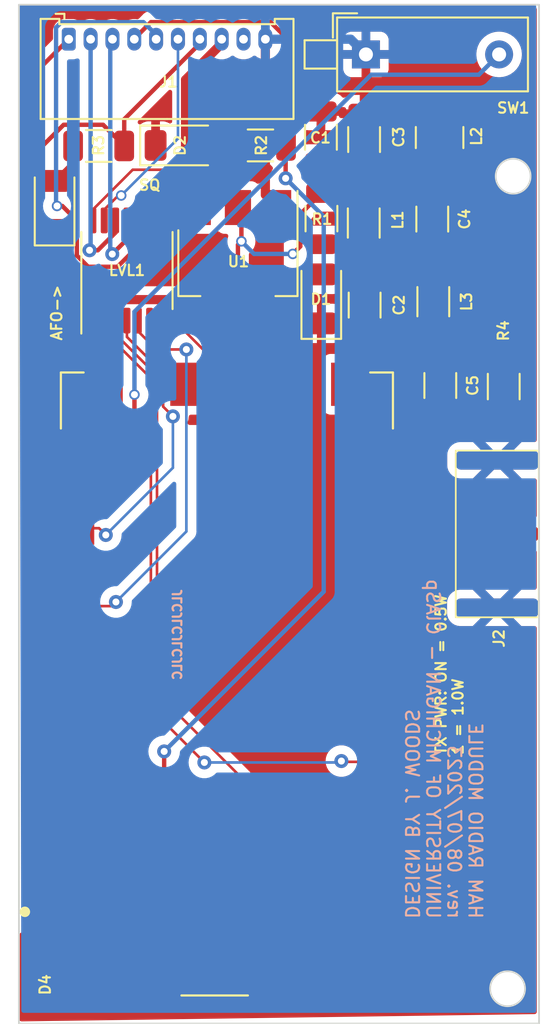
<source format=kicad_pcb>
(kicad_pcb (version 20221018) (generator pcbnew)
  (layers (0 "F.Cu" signal) (31 "B.Cu" signal) (34 "B.Paste" user) (35 "F.Paste" user) (36 "B.SilkS" user "B.Silkscreen") (37 "F.SilkS" user "F.Silkscreen") (38 "B.Mask" user) (39 "F.Mask" user) (44 "Edge.Cuts" user))
  (net 0 "")
  (net 1 "+3.3V")
  (net 2 "GND")
  (net 3 "Net-(D4-ANT)")
  (net 4 "Net-(C3-Pad1)")
  (net 5 "Net-(C4-Pad1)")
  (net 6 "Net-(J2-In)")
  (net 7 "Net-(D1-A)")
  (net 8 "Net-(D2-A)")
  (net 9 "Net-(D3-A)")
  (net 10 "Net-(D4-SQ)")
  (net 11 "Net-(D4-AF_OUT)")
  (net 12 "Net-(D4-PTT)")
  (net 13 "Net-(D4-PD)")
  (net 14 "Net-(D4-H{slash}L)")
  (net 15 "Net-(D4-RXD)")
  (net 16 "Net-(D4-TXD)")
  (net 17 "Net-(D4-MIC_IN)")
  (net 18 "Net-(J1-CTS)")
  (net 19 "Net-(J1-RTS)")
  (net 20 "Net-(J1-RI)")
  (net 21 "Net-(J1-TX)")
  (net 22 "+5V")
  (footprint "Resistor_SMD:R_1206_3216Metric" (layer "F.Cu") (at 21.2625 20.55)
    (fp_text reference "R3" (at -0.0075 -0.03 90) (layer "F.SilkS") (effects (font (size 0.6 0.6) (thickness 0.12))))
    (fp_text value "Resistor")
    (fp_line (start -0.727064 -0.91) (end 0.727064 -0.91) (stroke (width 0.12)) (layer "F.SilkS"))
    (fp_line (start -0.727064 0.91) (end 0.727064 0.91) (stroke (width 0.12)) (layer "F.SilkS"))
    (pad "1" smd roundrect (at -1.4625 0) (size 1.125 1.75) (layers "F.Cu" "F.Paste" "F.Mask") (roundrect_rratio 0.2222222222) (net 9 "Net-(D3-A)"))
    (pad "2" smd roundrect (at 1.4625 0) (size 1.125 1.75) (layers "F.Cu" "F.Paste" "F.Mask") (roundrect_rratio 0.2222222222) (net 11 "Net-(D4-AF_OUT)"))
  )
  (footprint "Resistor_SMD:R_1206_3216Metric" (layer "F.Cu") (at 44.44 34.3 90)
    (fp_text reference "R4" (at 3.19 -0.02 90) (layer "F.SilkS") (effects (font (size 0.6 0.6) (thickness 0.12))))
    (fp_text value "50 ohm")
    (fp_line (start -0.727064 -0.91) (end 0.727064 -0.91) (stroke (width 0.12)) (layer "F.SilkS"))
    (fp_line (start -0.727064 0.91) (end 0.727064 0.91) (stroke (width 0.12)) (layer "F.SilkS"))
    (pad "1" smd roundrect (at -1.4625 0 90) (size 1.125 1.75) (layers "F.Cu" "F.Paste" "F.Mask") (roundrect_rratio 0.2222222222) (net 6 "Net-(J2-In)"))
    (pad "2" smd roundrect (at 1.4625 0 90) (size 1.125 1.75) (layers "F.Cu" "F.Paste" "F.Mask") (roundrect_rratio 0.2222222222) (net 2 "GND"))
  )
  (footprint "Resistor_SMD:R_1206_3216Metric" (layer "F.Cu") (at 34.01 24.7025 90)
    (fp_text reference "R1" (at -0.03 0.03 180) (layer "F.SilkS") (effects (font (size 0.6 0.6) (thickness 0.12))))
    (fp_text value "Resistor")
    (fp_line (start -0.727064 -0.91) (end 0.727064 -0.91) (stroke (width 0.12)) (layer "F.SilkS"))
    (fp_line (start -0.727064 0.91) (end 0.727064 0.91) (stroke (width 0.12)) (layer "F.SilkS"))
    (pad "1" smd roundrect (at -1.4625 0 90) (size 1.125 1.75) (layers "F.Cu" "F.Paste" "F.Mask") (roundrect_rratio 0.2222222222) (net 7 "Net-(D1-A)"))
    (pad "2" smd roundrect (at 1.4625 0 90) (size 1.125 1.75) (layers "F.Cu" "F.Paste" "F.Mask") (roundrect_rratio 0.2222222222) (net 1 "+3.3V"))
  )
  (footprint "Inductor_SMD:L_1210_3225Metric" (layer "F.Cu") (at 40.77 20.07 -90)
    (fp_text reference "L2" (at -0.07 -2.11 90) (layer "F.SilkS") (effects (font (size 0.6 0.6) (thickness 0.12))))
    (fp_text value "68 nH")
    (fp_line (start -0.602064 -1.36) (end 0.602064 -1.36) (stroke (width 0.12)) (layer "F.SilkS"))
    (fp_line (start -0.602064 1.36) (end 0.602064 1.36) (stroke (width 0.12)) (layer "F.SilkS"))
    (pad "1" smd roundrect (at -1.4 0 270) (size 1.25 2.65) (layers "F.Cu" "F.Paste" "F.Mask") (roundrect_rratio 0.2) (net 4 "Net-(C3-Pad1)"))
    (pad "2" smd roundrect (at 1.4 0 270) (size 1.25 2.65) (layers "F.Cu" "F.Paste" "F.Mask") (roundrect_rratio 0.2) (net 5 "Net-(C4-Pad1)"))
  )
  (footprint "Tracker Custom Library:DORJI_DRA818V" (layer "F.Cu") (at 28.6 51.295 90)
    (fp_text reference "D4" (at -17.185 -10.4 90) (layer "F.SilkS") (effects (font (size 0.6 0.6) (thickness 0.12))))
    (fp_text value "~")
    (fp_line (start -17.8 -2.6) (end -17.8 1.2) (stroke (width 0.127)) (layer "F.SilkS"))
    (fp_line (start 14.6 -9.5) (end 17.8 -9.5) (stroke (width 0.127)) (layer "F.SilkS"))
    (fp_line (start 17.8 -9.5) (end 17.8 -8.2) (stroke (width 0.127)) (layer "F.SilkS"))
    (fp_line (start 17.8 8.2) (end 17.8 9.5) (stroke (width 0.127)) (layer "F.SilkS"))
    (fp_line (start 17.8 9.5) (end 14.6 9.5) (stroke (width 0.127)) (layer "F.SilkS"))
    (fp_circle (center -13.02 -11.56) (end -12.87 -11.56) (stroke (width 0.3)) (fill none) (layer "F.SilkS"))
    (pad "1" smd rect (at -13.35 -8.825 180) (size 2.47 1.88) (layers "F.Cu" "F.Paste" "F.Mask") (net 10 "Net-(D4-SQ)"))
    (pad "2" smd rect (at -8.9 -8.825 180) (size 2.47 1.88) (layers "F.Cu" "F.Paste" "F.Mask"))
    (pad "3" smd rect (at -4.45 -8.825 180) (size 2.47 1.88) (layers "F.Cu" "F.Paste" "F.Mask") (net 11 "Net-(D4-AF_OUT)"))
    (pad "4" smd rect (at 0 -8.825 180) (size 2.47 1.88) (layers "F.Cu" "F.Paste" "F.Mask"))
    (pad "5" smd rect (at 4.45 -8.825 180) (size 2.47 1.88) (layers "F.Cu" "F.Paste" "F.Mask") (net 12 "Net-(D4-PTT)"))
    (pad "6" smd rect (at 8.9 -8.825 180) (size 2.47 1.88) (layers "F.Cu" "F.Paste" "F.Mask") (net 13 "Net-(D4-PD)"))
    (pad "7" smd rect (at 13.35 -8.825 180) (size 2.47 1.88) (layers "F.Cu" "F.Paste" "F.Mask") (net 14 "Net-(D4-H{slash}L)"))
    (pad "8" smd rect (at 17.125 -6.9 90) (size 2.47 1.88) (layers "F.Cu" "F.Paste" "F.Mask") (net 1 "+3.3V"))
    (pad "9" smd rect (at 17.125 -2.3 90) (size 2.47 1.88) (layers "F.Cu" "F.Paste" "F.Mask") (net 2 "GND"))
    (pad "10" smd rect (at 17.125 2.3 90) (size 2.47 1.88) (layers "F.Cu" "F.Paste" "F.Mask") (net 2 "GND"))
    (pad "11" smd rect (at 17.125 6.9 90) (size 2.47 1.88) (layers "F.Cu" "F.Paste" "F.Mask"))
    (pad "12" smd rect (at 13.35 8.825) (size 2.47 1.88) (layers "F.Cu" "F.Paste" "F.Mask") (net 3 "Net-(D4-ANT)"))
    (pad "13" smd rect (at 8.9 8.825) (size 2.47 1.88) (layers "F.Cu" "F.Paste" "F.Mask"))
    (pad "14" smd rect (at 4.45 8.825 180) (size 2.47 1.88) (layers "F.Cu" "F.Paste" "F.Mask"))
    (pad "15" smd rect (at 0 8.825 180) (size 2.47 1.88) (layers "F.Cu" "F.Paste" "F.Mask"))
    (pad "16" smd rect (at -4.45 8.825 180) (size 2.47 1.88) (layers "F.Cu" "F.Paste" "F.Mask") (net 15 "Net-(D4-RXD)"))
    (pad "17" smd rect (at -8.9 8.825 180) (size 2.47 1.88) (layers "F.Cu" "F.Paste" "F.Mask") (net 16 "Net-(D4-TXD)"))
    (pad "18" smd rect (at -13.35 8.825 180) (size 2.47 1.88) (layers "F.Cu" "F.Paste" "F.Mask") (net 17 "Net-(D4-MIC_IN)"))
    (pad "P2" smd rect (at -17.125 -6.2 180) (size 6.6 1.8) (layers "F.Cu" "F.Paste" "F.Mask"))
    (pad "P3" smd rect (at -17.125 5.5 180) (size 8 1.8) (layers "F.Cu" "F.Paste" "F.Mask"))
    (zone (net 0) (net_name "") (layer "F.Cu") (connect_pads (clearance 0)) (min_thickness 0.01)
      (keepout (tracks not_allowed) (vias not_allowed) (pads not_allowed) (copperpour not_allowed) (footprints allowed))
      (fill (thermal_gap 0.508) (thermal_bridge_width 0.508))
      (polygon (pts (xy 24.85 44.48475) (xy 24.85 36.495) (xy 31.10377 36.495) (xy 31.10377 44.48475)))
    )
  )
  (footprint "LED_SMD:LED_1206_3216Metric" (layer "F.Cu") (at 25.92 20.52)
    (fp_text reference "D2" (at 0 0 90) (layer "F.SilkS") (effects (font (size 0.6 0.6) (thickness 0.12))))
    (fp_text value "SQUELCH")
    (fp_line (start -2.285 -1.135) (end -2.285 1.135) (stroke (width 0.12)) (layer "F.SilkS"))
    (fp_line (start -2.285 1.135) (end 1.6 1.135) (stroke (width 0.12)) (layer "F.SilkS"))
    (fp_line (start 1.6 -1.135) (end -2.285 -1.135) (stroke (width 0.12)) (layer "F.SilkS"))
    (pad "1" smd roundrect (at -1.4 0) (size 1.25 1.75) (layers "F.Cu" "F.Paste" "F.Mask") (roundrect_rratio 0.2) (net 2 "GND"))
    (pad "2" smd roundrect (at 1.4 0) (size 1.25 1.75) (layers "F.Cu" "F.Paste" "F.Mask") (roundrect_rratio 0.2) (net 8 "Net-(D2-A)"))
  )
  (footprint "LED_SMD:LED_1206_3216Metric" (layer "F.Cu") (at 34 29.29 90)
    (fp_text reference "D1" (at -0.02 -0.02 180) (layer "F.SilkS") (effects (font (size 0.6 0.6) (thickness 0.12) bold)))
    (fp_text value "3.3V LDO")
    (fp_line (start -2.285 -1.135) (end -2.285 1.135) (stroke (width 0.12)) (layer "F.SilkS"))
    (fp_line (start -2.285 1.135) (end 1.6 1.135) (stroke (width 0.12)) (layer "F.SilkS"))
    (fp_line (start 1.6 -1.135) (end -2.285 -1.135) (stroke (width 0.12)) (layer "F.SilkS"))
    (pad "1" smd roundrect (at -1.4 0 90) (size 1.25 1.75) (layers "F.Cu" "F.Paste" "F.Mask") (roundrect_rratio 0.2) (net 2 "GND"))
    (pad "2" smd roundrect (at 1.4 0 90) (size 1.25 1.75) (layers "F.Cu" "F.Paste" "F.Mask") (roundrect_rratio 0.2) (net 7 "Net-(D1-A)"))
  )
  (footprint "Inductor_SMD:L_1206_3216Metric" (layer "F.Cu") (at 40.41 29.45 -90)
    (fp_text reference "L3" (at 0 -1.9 90) (layer "F.SilkS") (effects (font (size 0.6 0.6) (thickness 0.12))))
    (fp_text value "56 nH")
    (fp_line (start -0.835242 -0.91) (end 0.835242 -0.91) (stroke (width 0.12)) (layer "F.SilkS"))
    (fp_line (start -0.835242 0.91) (end 0.835242 0.91) (stroke (width 0.12)) (layer "F.SilkS"))
    (pad "1" smd roundrect (at -1.575 0 270) (size 1.05 1.9) (layers "F.Cu" "F.Paste" "F.Mask") (roundrect_rratio 0.2380952381) (net 5 "Net-(C4-Pad1)"))
    (pad "2" smd roundrect (at 1.575 0 270) (size 1.05 1.9) (layers "F.Cu" "F.Paste" "F.Mask") (roundrect_rratio 0.2380952381) (net 6 "Net-(J2-In)"))
  )
  (footprint "LED_SMD:LED_1206_3216Metric" (layer "F.Cu") (at 18.74 23.95 90)
    (fp_text reference "D3" hide)
    (fp_text value "AF_OUT")
    (fp_line (start -2.285 -1.135) (end -2.285 1.135) (stroke (width 0.12)) (layer "F.SilkS"))
    (fp_line (start -2.285 1.135) (end 1.6 1.135) (stroke (width 0.12)) (layer "F.SilkS"))
    (fp_line (start 1.6 -1.135) (end -2.285 -1.135) (stroke (width 0.12)) (layer "F.SilkS"))
    (pad "1" smd roundrect (at -1.4 0 90) (size 1.25 1.75) (layers "F.Cu" "F.Paste" "F.Mask") (roundrect_rratio 0.2) (net 2 "GND"))
    (pad "2" smd roundrect (at 1.4 0 90) (size 1.25 1.75) (layers "F.Cu" "F.Paste" "F.Mask") (roundrect_rratio 0.2) (net 9 "Net-(D3-A)"))
  )
  (footprint "Inductor_SMD:L_1206_3216Metric" (layer "F.Cu") (at 36.43 24.955 90)
    (fp_text reference "L1" (at 0.17 1.945 90) (layer "F.SilkS") (effects (font (size 0.6 0.6) (thickness 0.12))))
    (fp_text value "56 nH")
    (fp_line (start -0.835242 -0.91) (end 0.835242 -0.91) (stroke (width 0.12)) (layer "F.SilkS"))
    (fp_line (start -0.835242 0.91) (end 0.835242 0.91) (stroke (width 0.12)) (layer "F.SilkS"))
    (pad "1" smd roundrect (at -1.575 0 90) (size 1.05 1.9) (layers "F.Cu" "F.Paste" "F.Mask") (roundrect_rratio 0.2380952381) (net 3 "Net-(D4-ANT)"))
    (pad "2" smd roundrect (at 1.575 0 90) (size 1.05 1.9) (layers "F.Cu" "F.Paste" "F.Mask") (roundrect_rratio 0.2380952381) (net 4 "Net-(C3-Pad1)"))
  )
  (footprint "Capacitor_SMD:C_1206_3216Metric" (layer "F.Cu") (at 40.81 34.24 -90)
    (fp_text reference "C5" (at 0 -1.85 90) (layer "F.SilkS") (effects (font (size 0.6 0.6) (thickness 0.12))))
    (fp_text value "20 pF")
    (fp_line (start -0.711252 -0.91) (end 0.711252 -0.91) (stroke (width 0.12)) (layer "F.SilkS"))
    (fp_line (start -0.711252 0.91) (end 0.711252 0.91) (stroke (width 0.12)) (layer "F.SilkS"))
    (pad "1" smd roundrect (at -1.475 0 270) (size 1.15 1.8) (layers "F.Cu" "F.Paste" "F.Mask") (roundrect_rratio 0.2173913043) (net 6 "Net-(J2-In)"))
    (pad "2" smd roundrect (at 1.475 0 270) (size 1.15 1.8) (layers "F.Cu" "F.Paste" "F.Mask") (roundrect_rratio 0.2173913043) (net 2 "GND"))
  )
  (footprint "Button_Switch_THT:SW_DIP_SPSTx01_Piano_10.8x4.1mm_W7.62mm_P2.54mm" (layer "F.Cu") (at 36.555 15.32)
    (fp_text reference "SW1" (at 8.425 3.06) (layer "F.SilkS") (effects (font (size 0.6 0.6) (thickness 0.12))))
    (fp_text value "SW_DIP_x01")
    (fp_line (start -3.51 -0.81) (end -3.51 0.81) (stroke (width 0.12)) (layer "F.SilkS"))
    (fp_line (start -3.51 -0.81) (end -1.65 -0.81) (stroke (width 0.12)) (layer "F.SilkS"))
    (fp_line (start -3.51 0.81) (end -1.65 0.81) (stroke (width 0.12)) (layer "F.SilkS"))
    (fp_line (start -1.89 -2.35) (end -1.89 -0.967) (stroke (width 0.12)) (layer "F.SilkS"))
    (fp_line (start -1.89 -2.35) (end -0.507 -2.35) (stroke (width 0.12)) (layer "F.SilkS"))
    (fp_line (start -1.65 -2.11) (end -1.65 2.11) (stroke (width 0.12)) (layer "F.SilkS"))
    (fp_line (start -1.65 -2.11) (end 9.27 -2.11) (stroke (width 0.12)) (layer "F.SilkS"))
    (fp_line (start -1.65 -0.81) (end -1.65 0.81) (stroke (width 0.12)) (layer "F.SilkS"))
    (fp_line (start -1.65 2.11) (end 9.27 2.11) (stroke (width 0.12)) (layer "F.SilkS"))
    (fp_line (start 9.27 -2.11) (end 9.27 2.11) (stroke (width 0.12)) (layer "F.SilkS"))
    (pad "1" thru_hole rect (at 0 0) (size 1.6 1.6) (drill 0.8) (layers "*.Cu" "*.Mask") (net 2 "GND"))
    (pad "2" thru_hole oval (at 7.62 0) (size 1.6 1.6) (drill 0.8) (layers "*.Cu" "*.Mask") (net 14 "Net-(D4-H{slash}L)"))
  )
  (footprint "Capacitor_SMD:C_1206_3216Metric" (layer "F.Cu") (at 40.35 24.73 -90)
    (fp_text reference "C4" (at 0 -1.85 90) (layer "F.SilkS") (effects (font (size 0.6 0.6) (thickness 0.12))))
    (fp_text value "36 pF")
    (fp_line (start -0.711252 -0.91) (end 0.711252 -0.91) (stroke (width 0.12)) (layer "F.SilkS"))
    (fp_line (start -0.711252 0.91) (end 0.711252 0.91) (stroke (width 0.12)) (layer "F.SilkS"))
    (pad "1" smd roundrect (at -1.475 0 270) (size 1.15 1.8) (layers "F.Cu" "F.Paste" "F.Mask") (roundrect_rratio 0.2173913043) (net 5 "Net-(C4-Pad1)"))
    (pad "2" smd roundrect (at 1.475 0 270) (size 1.15 1.8) (layers "F.Cu" "F.Paste" "F.Mask") (roundrect_rratio 0.2173913043) (net 2 "GND"))
  )
  (footprint "Package_TO_SOT_SMD:SOT-223-3_TabPin2" (layer "F.Cu") (at 29.23 27.22 -90)
    (fp_text reference "U1" (at -0.06 -0.03 -180) (layer "F.SilkS") (effects (font (size 0.6 0.6) (thickness 0.12))))
    (fp_text value "LD1117S33TR_SOT223")
    (fp_line (start -4.1 -3.41) (end 1.91 -3.41) (stroke (width 0.12)) (layer "F.SilkS"))
    (fp_line (start -1.85 3.41) (end 1.91 3.41) (stroke (width 0.12)) (layer "F.SilkS"))
    (fp_line (start 1.91 -3.41) (end 1.91 -2.15) (stroke (width 0.12)) (layer "F.SilkS"))
    (fp_line (start 1.91 3.41) (end 1.91 2.15) (stroke (width 0.12)) (layer "F.SilkS"))
    (pad "1" smd rect (at -3.15 -2.3 270) (size 2 1.5) (layers "F.Cu" "F.Paste" "F.Mask") (net 2 "GND"))
    (pad "2" smd rect (at -3.15 0 270) (size 2 1.5) (layers "F.Cu" "F.Paste" "F.Mask") (net 1 "+3.3V"))
    (pad "2" smd rect (at 3.15 0 270) (size 2 3.8) (layers "F.Cu" "F.Paste" "F.Mask") (net 1 "+3.3V"))
    (pad "3" smd rect (at -3.15 2.3 270) (size 2 1.5) (layers "F.Cu" "F.Paste" "F.Mask") (net 22 "+5V"))
  )
  (footprint "Package_SO:TSSOP-14_4.4x5mm_P0.65mm" (layer "F.Cu") (at 22.88 27.67 90)
    (fp_text reference "LVL1" (at 0.01 0 180) (layer "F.SilkS") (effects (font (size 0.6 0.6) (thickness 0.12))))
    (fp_text value "TXU0104BQAR")
    (fp_line (start 0 -2.61) (end -3.6 -2.61) (stroke (width 0.12)) (layer "F.SilkS"))
    (fp_line (start 0 -2.61) (end 2.2 -2.61) (stroke (width 0.12)) (layer "F.SilkS"))
    (fp_line (start 0 2.61) (end -2.2 2.61) (stroke (width 0.12)) (layer "F.SilkS"))
    (fp_line (start 0 2.61) (end 2.2 2.61) (stroke (width 0.12)) (layer "F.SilkS"))
    (pad "1" smd roundrect (at -2.8625 -1.95 90) (size 1.475 0.4) (layers "F.Cu" "F.Paste" "F.Mask") (net 1 "+3.3V"))
    (pad "2" smd roundrect (at -2.8625 -1.3 90) (size 1.475 0.4) (layers "F.Cu" "F.Paste" "F.Mask") (net 15 "Net-(D4-RXD)"))
    (pad "3" smd roundrect (at -2.8625 -0.65 90) (size 1.475 0.4) (layers "F.Cu" "F.Paste" "F.Mask") (net 17 "Net-(D4-MIC_IN)"))
    (pad "4" smd roundrect (at -2.8625 0 90) (size 1.475 0.4) (layers "F.Cu" "F.Paste" "F.Mask") (net 13 "Net-(D4-PD)"))
    (pad "5" smd roundrect (at -2.8625 0.65 90) (size 1.475 0.4) (layers "F.Cu" "F.Paste" "F.Mask") (net 12 "Net-(D4-PTT)"))
    (pad "6" smd roundrect (at -2.8625 1.3 90) (size 1.475 0.4) (layers "F.Cu" "F.Paste" "F.Mask"))
    (pad "7" smd roundrect (at -2.8625 1.95 90) (size 1.475 0.4) (layers "F.Cu" "F.Paste" "F.Mask") (net 2 "GND"))
    (pad "8" smd roundrect (at 2.8625 1.95 90) (size 1.475 0.4) (layers "F.Cu" "F.Paste" "F.Mask") (net 22 "+5V"))
    (pad "9" smd roundrect (at 2.8625 1.3 90) (size 1.475 0.4) (layers "F.Cu" "F.Paste" "F.Mask"))
    (pad "10" smd roundrect (at 2.8625 0.65 90) (size 1.475 0.4) (layers "F.Cu" "F.Paste" "F.Mask") (net 20 "Net-(J1-RI)"))
    (pad "11" smd roundrect (at 2.8625 0 90) (size 1.475 0.4) (layers "F.Cu" "F.Paste" "F.Mask") (net 19 "Net-(J1-RTS)"))
    (pad "12" smd roundrect (at 2.8625 -0.65 90) (size 1.475 0.4) (layers "F.Cu" "F.Paste" "F.Mask") (net 18 "Net-(J1-CTS)"))
    (pad "13" smd roundrect (at 2.8625 -1.3 90) (size 1.475 0.4) (layers "F.Cu" "F.Paste" "F.Mask") (net 21 "Net-(J1-TX)"))
    (pad "14" smd roundrect (at 2.8625 -1.95 90) (size 1.475 0.4) (layers "F.Cu" "F.Paste" "F.Mask") (net 22 "+5V"))
  )
  (footprint "Tracker Custom Library:Molex SMA Edge Mount" (layer "F.Cu") (at 41.695 37.96 90)
    (fp_text reference "J2" (at -10.73 2.475 90 unlocked) (layer "F.SilkS") (effects (font (size 0.6 0.6) (thickness 0.12))))
    (fp_text value "Conn_Coaxial")
    (fp_rect (start 0 0) (end -9.525 4.75) (stroke (width 0.1)) (fill none) (layer "F.SilkS"))
    (pad "1" smd roundrect (at -4.7625 2.3625 180) (size 4.725 0.825) (layers "F.Cu" "F.Paste" "F.Mask") (net 6 "Net-(J2-In)"))
    (pad "2" smd roundrect (at -8.9875 2.3625 180) (size 4.725 1.075) (layers "F.Cu" "F.Paste" "F.Mask") (net 2 "GND"))
    (pad "2" smd roundrect (at -8.9875 2.3625 180) (size 4.725 1.075) (layers "B.Cu" "F.Paste" "F.Mask") (net 2 "GND"))
    (pad "2" smd roundrect (at -0.55 2.375 180) (size 4.725 1.075) (layers "F.Cu" "F.Paste" "F.Mask") (net 2 "GND"))
    (pad "2" smd roundrect (at -0.55 2.375 180) (size 4.725 1.075) (layers "B.Cu" "F.Paste" "F.Mask") (net 2 "GND"))
  )
  (footprint "Capacitor_SMD:C_1206_3216Metric" (layer "F.Cu") (at 36.48 29.645 90)
    (fp_text reference "C2" (at 0 1.97 90) (layer "F.SilkS") (effects (font (size 0.6 0.6) (thickness 0.12))))
    (fp_text value "20 pF")
    (fp_line (start -0.711252 -0.91) (end 0.711252 -0.91) (stroke (width 0.12)) (layer "F.SilkS"))
    (fp_line (start -0.711252 0.91) (end 0.711252 0.91) (stroke (width 0.12)) (layer "F.SilkS"))
    (pad "1" smd roundrect (at -1.475 0 90) (size 1.15 1.8) (layers "F.Cu" "F.Paste" "F.Mask") (roundrect_rratio 0.2173913043) (net 3 "Net-(D4-ANT)"))
    (pad "2" smd roundrect (at 1.475 0 90) (size 1.15 1.8) (layers "F.Cu" "F.Paste" "F.Mask") (roundrect_rratio 0.2173913043) (net 2 "GND"))
  )
  (footprint "Connector_Molex:Molex_PicoBlade_53048-1010_1x10_P1.25mm_Horizontal" (layer "F.Cu") (at 19.55 14.45)
    (fp_text reference "J1" (at 5.7 2.44) (layer "F.SilkS") (effects (font (size 0.6 0.6) (thickness 0.12))))
    (fp_text value "10 Pin PicoBlade MOLEX")
    (fp_line (start -1.61 -1.16) (end -1.61 4.56) (stroke (width 0.12)) (layer "F.SilkS"))
    (fp_line (start -1.61 4.56) (end 5.625 4.56) (stroke (width 0.12)) (layer "F.SilkS"))
    (fp_line (start -0.54 -1.16) (end -1.61 -1.16) (stroke (width 0.12)) (layer "F.SilkS"))
    (fp_line (start -0.54 -0.86) (end -0.54 -1.16) (stroke (width 0.12)) (layer "F.SilkS"))
    (fp_line (start -0.25 -1.45) (end -0.75 -1.45) (stroke (width 0.12)) (layer "F.SilkS"))
    (fp_line (start -0.25 -1.15) (end -0.25 -1.45) (stroke (width 0.12)) (layer "F.SilkS"))
    (fp_line (start 5.625 -0.86) (end -0.54 -0.86) (stroke (width 0.12)) (layer "F.SilkS"))
    (fp_line (start 5.625 -0.86) (end 11.79 -0.86) (stroke (width 0.12)) (layer "F.SilkS"))
    (fp_line (start 11.79 -1.16) (end 12.86 -1.16) (stroke (width 0.12)) (layer "F.SilkS"))
    (fp_line (start 11.79 -0.86) (end 11.79 -1.16) (stroke (width 0.12)) (layer "F.SilkS"))
    (fp_line (start 12.86 -1.16) (end 12.86 4.56) (stroke (width 0.12)) (layer "F.SilkS"))
    (fp_line (start 12.86 4.56) (end 5.625 4.56) (stroke (width 0.12)) (layer "F.SilkS"))
    (pad "1" thru_hole roundrect (at 0 0) (size 0.8 1.3) (drill 0.5) (layers "*.Cu" "*.Mask") (net 16 "Net-(D4-TXD)"))
    (pad "2" thru_hole oval (at 1.25 0) (size 0.8 1.3) (drill 0.5) (layers "*.Cu" "*.Mask") (net 18 "Net-(J1-CTS)"))
    (pad "3" thru_hole oval (at 2.5 0) (size 0.8 1.3) (drill 0.5) (layers "*.Cu" "*.Mask") (net 19 "Net-(J1-RTS)"))
    (pad "4" thru_hole oval (at 3.75 0) (size 0.8 1.3) (drill 0.5) (layers "*.Cu" "*.Mask") (net 10 "Net-(D4-SQ)"))
    (pad "5" thru_hole oval (at 5 0) (size 0.8 1.3) (drill 0.5) (layers "*.Cu" "*.Mask") (net 20 "Net-(J1-RI)"))
    (pad "6" thru_hole oval (at 6.25 0) (size 0.8 1.3) (drill 0.5) (layers "*.Cu" "*.Mask") (net 21 "Net-(J1-TX)"))
    (pad "7" thru_hole oval (at 7.5 0) (size 0.8 1.3) (drill 0.5) (layers "*.Cu" "*.Mask") (net 11 "Net-(D4-AF_OUT)"))
    (pad "8" thru_hole oval (at 8.75 0) (size 0.8 1.3) (drill 0.5) (layers "*.Cu" "*.Mask") (net 22 "+5V"))
    (pad "9" thru_hole oval (at 10 0) (size 0.8 1.3) (drill 0.5) (layers "*.Cu" "*.Mask"))
    (pad "10" thru_hole oval (at 11.25 0) (size 0.8 1.3) (drill 0.5) (layers "*.Cu" "*.Mask") (net 2 "GND"))
  )
  (footprint "Capacitor_SMD:C_1206_3216Metric" (layer "F.Cu") (at 33.98 20.055 90)
    (fp_text reference "C1" (at -0.03 -0.03 180) (layer "F.SilkS") (effects (font (size 0.6 0.6) (thickness 0.12))))
    (fp_text value "Capacitor")
    (fp_line (start -0.711252 -0.91) (end 0.711252 -0.91) (stroke (width 0.12)) (layer "F.SilkS"))
    (fp_line (start -0.711252 0.91) (end 0.711252 0.91) (stroke (width 0.12)) (layer "F.SilkS"))
    (pad "1" smd roundrect (at -1.475 0 90) (size 1.15 1.8) (layers "F.Cu" "F.Paste" "F.Mask") (roundrect_rratio 0.2173913043) (net 1 "+3.3V"))
    (pad "2" smd roundrect (at 1.475 0 90) (size 1.15 1.8) (layers "F.Cu" "F.Paste" "F.Mask") (roundrect_rratio 0.2173913043) (net 2 "GND"))
  )
  (footprint "Resistor_SMD:R_1206_3216Metric" (layer "F.Cu") (at 30.52 20.52)
    (fp_text reference "R2" (at 0.05 0 90) (layer "F.SilkS") (effects (font (size 0.6 0.6) (thickness 0.12))))
    (fp_text value "Resistor")
    (fp_line (start -0.727064 -0.91) (end 0.727064 -0.91) (stroke (width 0.12)) (layer "F.SilkS"))
    (fp_line (start -0.727064 0.91) (end 0.727064 0.91) (stroke (width 0.12)) (layer "F.SilkS"))
    (pad "1" smd roundrect (at -1.4625 0) (size 1.125 1.75) (layers "F.Cu" "F.Paste" "F.Mask") (roundrect_rratio 0.2222222222) (net 8 "Net-(D2-A)"))
    (pad "2" smd roundrect (at 1.4625 0) (size 1.125 1.75) (layers "F.Cu" "F.Paste" "F.Mask") (roundrect_rratio 0.2222222222) (net 10 "Net-(D4-SQ)"))
  )
  (footprint "Capacitor_SMD:C_1206_3216Metric" (layer "F.Cu") (at 36.45 20.185 90)
    (fp_text reference "C3" (at 0.14 1.98 90) (layer "F.SilkS") (effects (font (size 0.6 0.6) (thickness 0.12))))
    (fp_text value "36 pF")
    (fp_line (start -0.711252 -0.91) (end 0.711252 -0.91) (stroke (width 0.12)) (layer "F.SilkS"))
    (fp_line (start -0.711252 0.91) (end 0.711252 0.91) (stroke (width 0.12)) (layer "F.SilkS"))
    (pad "1" smd roundrect (at -1.475 0 90) (size 1.15 1.8) (layers "F.Cu" "F.Paste" "F.Mask") (roundrect_rratio 0.2173913043) (net 4 "Net-(C3-Pad1)"))
    (pad "2" smd roundrect (at 1.475 0 90) (size 1.15 1.8) (layers "F.Cu" "F.Paste" "F.Mask") (roundrect_rratio 0.2173913043) (net 2 "GND"))
  )
  (gr_circle (center 44.98 22.28) (end 44.98 23.28) (stroke (width 0.1)) (fill none) (layer "Edge.Cuts"))
  (gr_circle (center 44.66 68.71) (end 44.66 69.71) (stroke (width 0.1)) (fill none) (layer "Edge.Cuts"))
  (gr_rect (start 16.7 12.48) (end 46.46 70.7) (stroke (width 0.1)) (fill none) (layer "Edge.Cuts"))
  (gr_text "JLCJLCJLCJLC" (at 26.06 45.82 90) (layer "B.SilkS") (effects (font (size 0.5 0.5) (thickness 0.125) bold) (justify left bottom mirror)))
  (gr_text "HAM RADIO MODULE\nrev. 08/07/2023\nUNIVERSITY OF MICHIGAN - ClASp\nDESIGN BY J. WOODS" (at 38.75 64.78 270) (layer "B.SilkS") (effects (font (size 0.75 0.75) (thickness 0.12)) (justify left bottom mirror)))
  (gr_text "TX PWR: ON = 0.5W \n1 = 1.0W" (at 42.17 55.41 90) (layer "F.SilkS") (effects (font (size 0.6 0.6) (thickness 0.12) bold) (justify left bottom)))
  (gr_text "AFO->" (at 19.21 31.73 90) (layer "F.SilkS") (effects (font (size 0.6 0.6) (thickness 0.12) bold) (justify left bottom)))
  (gr_text "SQ" (at 23.5 23.14) (layer "F.SilkS") (effects (font (size 0.6 0.6) (thickness 0.12)) (justify left bottom)))
  (segment (start 20.93 30.5325) (end 20.93 29.649506) (width 0.151) (layer "F.Cu") (net 1))
  (segment (start 34.01 23.24) (end 32.8 24.45) (width 0.25) (layer "F.Cu") (net 1))
  (segment (start 29.43 26) (end 29.23 26.2) (width 0.25) (layer "F.Cu") (net 1))
  (segment (start 20.93 29.649506) (end 20.934753 29.644753) (width 0.151) (layer "F.Cu") (net 1))
  (segment (start 32.8 24.45) (end 32.8 26.29) (width 0.25) (layer "F.Cu") (net 1))
  (segment (start 32.8 26.29) (end 32.37 26.72) (width 0.25) (layer "F.Cu") (net 1))
  (segment (start 29.23 26.2) (end 29.23 30.37) (width 0.25) (layer "F.Cu") (net 1))
  (segment (start 29.43 26) (end 29.43 24.27) (width 0.25) (layer "F.Cu") (net 1))
  (segment (start 20.934753 29.644753) (end 20.43 30.149505) (width 0.525) (layer "F.Cu") (net 1))
  (segment (start 20.43 32.9) (end 21.7 34.17) (width 0.525) (layer "F.Cu") (net 1))
  (segment (start 33.98 21.53) (end 33.98 23.21) (width 0.25) (layer "F.Cu") (net 1))
  (segment (start 20.43 30.149505) (end 20.43 32.9) (width 0.525) (layer "F.Cu") (net 1))
  (segment (start 29.23 30.37) (end 28.1925 29.3325) (width 0.525) (layer "F.Cu") (net 1))
  (segment (start 29.43 24.27) (end 29.23 24.07) (width 0.25) (layer "F.Cu") (net 1))
  (segment (start 28.1925 29.3325) (end 21.247005 29.3325) (width 0.525) (layer "F.Cu") (net 1))
  (segment (start 21.247005 29.3325) (end 20.934753 29.644753) (width 0.525) (layer "F.Cu") (net 1))
  (segment (start 33.98 23.21) (end 34.01 23.24) (width 0.25) (layer "F.Cu") (net 1))
  (via (at 29.43 26) (size 0.6) (drill 0.4) (layers "F.Cu" "B.Cu") (net 1))
  (via (at 32.37 26.72) (size 0.6) (drill 0.4) (layers "F.Cu" "B.Cu") (net 1))
  (segment (start 30.15 26.72) (end 29.43 26) (width 0.25) (layer "B.Cu") (net 1))
  (segment (start 32.37 26.72) (end 30.15 26.72) (width 0.25) (layer "B.Cu") (net 1))
  (segment (start 29.225302 34.17) (end 30.9 34.17) (width 0.151) (layer "F.Cu") (net 2))
  (segment (start 25.587802 30.5325) (end 29.225302 34.17) (width 0.151) (layer "F.Cu") (net 2))
  (segment (start 30.9 34.17) (end 26.3 34.17) (width 0.151) (layer "F.Cu") (net 2))
  (segment (start 30.9 34.17) (end 31.5925 33.4775) (width 0.525) (layer "F.Cu") (net 2))
  (segment (start 31.5925 24.1325) (end 31.53 24.07) (width 0.525) (layer "F.Cu") (net 2))
  (segment (start 30.8 23.34) (end 31.53 24.07) (width 0.525) (layer "F.Cu") (net 2))
  (segment (start 31.5925 33.4775) (end 31.5925 24.1325) (width 0.525) (layer "F.Cu") (net 2))
  (segment (start 30.8 14.45) (end 30.8 23.34) (width 0.525) (layer "F.Cu") (net 2))
  (segment (start 24.83 30.5325) (end 25.587802 30.5325) (width 0.151) (layer "F.Cu") (net 2))
  (segment (start 35.685 14.45) (end 36.555 15.32) (width 0.525) (layer "B.Cu") (net 2))
  (segment (start 30.8 14.45) (end 35.685 14.45) (width 0.525) (layer "B.Cu") (net 2))
  (segment (start 37.425 32.065) (end 36.48 31.12) (width 0.25) (layer "F.Cu") (net 3))
  (segment (start 37.705 27.606827) (end 37.705 31.95) (width 0.25) (layer "F.Cu") (net 3))
  (segment (start 36.43 26.53) (end 36.628173 26.53) (width 0.25) (layer "F.Cu") (net 3))
  (segment (start 37.425 37.945) (end 37.425 32.065) (width 0.25) (layer "F.Cu") (net 3))
  (segment (start 36.628173 26.53) (end 37.705 27.606827) (width 0.25) (layer "F.Cu") (net 3))
  (segment (start 37.705 31.95) (end 37.425 32.23) (width 0.25) (layer "F.Cu") (net 3))
  (segment (start 39.44 18.67) (end 40.77 18.67) (width 0.25) (layer "F.Cu") (net 4))
  (segment (start 36.43 23.38) (end 36.43 21.68) (width 0.25) (layer "F.Cu") (net 4))
  (segment (start 36.45 21.66) (end 39.44 18.67) (width 0.25) (layer "F.Cu") (net 4))
  (segment (start 36.43 21.68) (end 36.45 21.66) (width 0.25) (layer "F.Cu") (net 4))
  (segment (start 39.125 24.48) (end 39.125 27.815) (width 0.25) (layer "F.Cu") (net 5))
  (segment (start 39.185 27.875) (end 40.41 27.875) (width 0.25) (layer "F.Cu") (net 5))
  (segment (start 40.77 22.835) (end 40.35 23.255) (width 0.25) (layer "F.Cu") (net 5))
  (segment (start 40.35 23.255) (end 39.125 24.48) (width 0.25) (layer "F.Cu") (net 5))
  (segment (start 39.125 27.815) (end 39.185 27.875) (width 0.25) (layer "F.Cu") (net 5))
  (segment (start 40.77 21.47) (end 40.77 22.835) (width 0.25) (layer "F.Cu") (net 5))
  (segment (start 40.3025 39.9775) (end 40.3025 37.8675) (width 0.25) (layer "F.Cu") (net 6))
  (segment (start 40.3025 37.8675) (end 41.555 36.615) (width 0.25) (layer "F.Cu") (net 6))
  (segment (start 41.4425 32.765) (end 44.44 35.7625) (width 0.25) (layer "F.Cu") (net 6))
  (segment (start 40.41 32.365) (end 40.81 32.765) (width 0.25) (layer "F.Cu") (net 6))
  (segment (start 40.41 31.025) (end 40.41 32.365) (width 0.25) (layer "F.Cu") (net 6))
  (segment (start 42.9775 42.6525) (end 40.3025 39.9775) (width 0.25) (layer "F.Cu") (net 6))
  (segment (start 40.81 32.765) (end 41.4425 32.765) (width 0.25) (layer "F.Cu") (net 6))
  (segment (start 41.555 36.615) (end 43.5875 36.615) (width 0.25) (layer "F.Cu") (net 6))
  (segment (start 43.5875 36.615) (end 44.44 35.7625) (width 0.25) (layer "F.Cu") (net 6))
  (segment (start 29.0575 20.52) (end 27.32 20.52) (width 0.25) (layer "F.Cu") (net 8))
  (segment (start 19.8 20.55) (end 19.8 21.49) (width 0.25) (layer "F.Cu") (net 9))
  (segment (start 19.8 21.49) (end 18.74 22.55) (width 0.25) (layer "F.Cu") (net 9))
  (segment (start 31.96 20.5425) (end 31.9825 20.52) (width 0.25) (layer "F.Cu") (net 10))
  (segment (start 31.9825 18.4925) (end 31.96 18.47) (width 0.25) (layer "F.Cu") (net 10))
  (segment (start 31.96 18.47) (end 31.96 14.334695) (width 0.25) (layer "F.Cu") (net 10))
  (segment (start 31.96 22.4) (end 31.96 20.5425) (width 0.25) (layer "F.Cu") (net 10))
  (segment (start 25.01 59.41) (end 25.01 55.15) (width 0.25) (layer "F.Cu") (net 10))
  (segment (start 31.96 14.334695) (end 31.100305 13.475) (width 0.25) (layer "F.Cu") (net 10))
  (segment (start 31.100305 13.475) (end 24.249695 13.475) (width 0.25) (layer "F.Cu") (net 10))
  (segment (start 31.9825 20.52) (end 31.9825 18.4925) (width 0.25) (layer "F.Cu") (net 10))
  (segment (start 23.3 14.424695) (end 23.3 14.45) (width 0.25) (layer "F.Cu") (net 10))
  (segment (start 19.775 64.645) (end 25.01 59.41) (width 0.25) (layer "F.Cu") (net 10))
  (segment (start 24.249695 13.475) (end 23.3 14.424695) (width 0.25) (layer "F.Cu") (net 10))
  (via (at 31.96 22.4) (size 0.8) (drill 0.4) (layers "F.Cu" "B.Cu") (net 10))
  (via (at 25.01 55.15) (size 0.8) (drill 0.4) (layers "F.Cu" "B.Cu") (net 10))
  (segment (start 34.14 46.02) (end 34.14 24.58) (width 0.25) (layer "B.Cu") (net 10))
  (segment (start 25.01 55.15) (end 34.14 46.02) (width 0.25) (layer "B.Cu") (net 10))
  (segment (start 34.14 24.58) (end 31.96 22.4) (width 0.25) (layer "B.Cu") (net 10))
  (segment (start 27.05 14.45) (end 27.05 14.7) (width 0.25) (layer "F.Cu") (net 11))
  (segment (start 17.54 21.059327) (end 19.259327 19.34) (width 0.25) (layer "F.Cu") (net 11))
  (segment (start 22.725 19.025) (end 22.725 20.55) (width 0.25) (layer "F.Cu") (net 11))
  (segment (start 19.775 55.745) (end 17.54 53.51) (width 0.25) (layer "F.Cu") (net 11))
  (segment (start 17.54 53.51) (end 17.54 21.059327) (width 0.25) (layer "F.Cu") (net 11))
  (segment (start 19.259327 19.34) (end 21.515 19.34) (width 0.25) (layer "F.Cu") (net 11))
  (segment (start 21.515 19.34) (end 22.725 20.55) (width 0.25) (layer "F.Cu") (net 11))
  (segment (start 27.05 14.7) (end 22.725 19.025) (width 0.25) (layer "F.Cu") (net 11))
  (segment (start 22.015 46.845) (end 19.775 46.845) (width 0.151) (layer "F.Cu") (net 12))
  (segment (start 23.53 30.5325) (end 23.53 31.151037) (width 0.151) (layer "F.Cu") (net 12))
  (segment (start 24.558963 32.18) (end 26.28 32.18) (width 0.151) (layer "F.Cu") (net 12))
  (segment (start 23.53 31.151037) (end 24.558963 32.18) (width 0.151) (layer "F.Cu") (net 12))
  (segment (start 22.25 46.61) (end 22.015 46.845) (width 0.151) (layer "F.Cu") (net 12))
  (via (at 22.25 46.61) (size 0.8) (drill 0.4) (layers "F.Cu" "B.Cu") (net 12))
  (via (at 26.28 32.18) (size 0.8) (drill 0.4) (layers "F.Cu" "B.Cu") (net 12))
  (segment (start 26.28 32.18) (end 26.28 42.58) (width 0.151) (layer "B.Cu") (net 12))
  (segment (start 26.28 42.58) (end 22.25 46.61) (width 0.151) (layer "B.Cu") (net 12))
  (segment (start 22.88 30.5325) (end 22.88 31.463612) (width 0.151) (layer "F.Cu") (net 13))
  (segment (start 24.951 35.445502) (end 25.51 36.004502) (width 0.151) (layer "F.Cu") (net 13))
  (segment (start 24.951 33.534612) (end 24.951 35.445502) (width 0.151) (layer "F.Cu") (net 13))
  (segment (start 21.67 42.78) (end 21.285 42.395) (width 0.151) (layer "F.Cu") (net 13))
  (segment (start 21.285 42.395) (end 19.775 42.395) (width 0.151) (layer "F.Cu") (net 13))
  (segment (start 22.88 31.463612) (end 24.951 33.534612) (width 0.151) (layer "F.Cu") (net 13))
  (via (at 25.51 36.004502) (size 0.8) (drill 0.4) (layers "F.Cu" "B.Cu") (net 13))
  (via (at 21.67 42.78) (size 0.8) (drill 0.4) (layers "F.Cu" "B.Cu") (net 13))
  (segment (start 25.51 36.004502) (end 25.51 38.94) (width 0.151) (layer "B.Cu") (net 13))
  (segment (start 25.51 38.94) (end 21.67 42.78) (width 0.151) (layer "B.Cu") (net 13))
  (segment (start 19.775 37.945) (end 21.26 37.945) (width 0.25) (layer "F.Cu") (net 14))
  (segment (start 23.31 35.895) (end 23.31 34.76) (width 0.25) (layer "F.Cu") (net 14))
  (segment (start 21.26 37.945) (end 23.31 35.895) (width 0.25) (layer "F.Cu") (net 14))
  (via (at 23.31 34.76) (size 0.6) (drill 0.4) (layers "F.Cu" "B.Cu") (net 14))
  (segment (start 43.015 16.48) (end 44.175 15.32) (width 0.25) (layer "B.Cu") (net 14))
  (segment (start 23.31 34.76) (end 23.31 30.024695) (width 0.25) (layer "B.Cu") (net 14))
  (segment (start 23.31 30.024695) (end 36.854695 16.48) (width 0.25) (layer "B.Cu") (net 14))
  (segment (start 36.854695 16.48) (end 43.015 16.48) (width 0.25) (layer "B.Cu") (net 14))
  (segment (start 24.249 33.825388) (end 24.249 52.719) (width 0.151) (layer "F.Cu") (net 15))
  (segment (start 21.58 31.156388) (end 24.249 33.825388) (width 0.151) (layer "F.Cu") (net 15))
  (segment (start 35.195 55.745) (end 37.425 55.745) (width 0.151) (layer "F.Cu") (net 15))
  (segment (start 24.249 52.719) (end 27.31 55.78) (width 0.151) (layer "F.Cu") (net 15))
  (segment (start 35.15 55.7) (end 35.195 55.745) (width 0.151) (layer "F.Cu") (net 15))
  (segment (start 21.58 30.5325) (end 21.58 31.156388) (width 0.151) (layer "F.Cu") (net 15))
  (via (at 35.15 55.7) (size 0.8) (drill 0.4) (layers "F.Cu" "B.Cu") (net 15))
  (via (at 27.31 55.78) (size 0.8) (drill 0.4) (layers "F.Cu" "B.Cu") (net 15))
  (segment (start 27.31 55.78) (end 35.07 55.78) (width 0.151) (layer "B.Cu") (net 15))
  (segment (start 35.07 55.78) (end 35.15 55.7) (width 0.151) (layer "B.Cu") (net 15))
  (segment (start 17.09 16.91) (end 19.55 14.45) (width 0.25) (layer "F.Cu") (net 16))
  (segment (start 37.425 60.195) (end 38.985 61.755) (width 0.25) (layer "F.Cu") (net 16))
  (segment (start 17.09 64.785) (end 17.09 16.91) (width 0.25) (layer "F.Cu") (net 16))
  (segment (start 38.895 66) (end 18.305 66) (width 0.25) (layer "F.Cu") (net 16))
  (segment (start 38.985 65.91) (end 38.895 66) (width 0.25) (layer "F.Cu") (net 16))
  (segment (start 18.305 66) (end 17.09 64.785) (width 0.25) (layer "F.Cu") (net 16))
  (segment (start 38.985 61.755) (end 38.985 65.91) (width 0.25) (layer "F.Cu") (net 16))
  (segment (start 24.6 33.68) (end 22.23 31.31) (width 0.151) (layer "F.Cu") (net 17))
  (segment (start 24.6 51.82) (end 24.6 33.68) (width 0.151) (layer "F.Cu") (net 17))
  (segment (start 37.425 64.645) (end 24.6 51.82) (width 0.151) (layer "F.Cu") (net 17))
  (segment (start 22.23 31.31) (end 22.23 30.5325) (width 0.151) (layer "F.Cu") (net 17))
  (segment (start 22.23 25.496041) (end 21.216041 26.51) (width 0.25) (layer "F.Cu") (net 18))
  (segment (start 21.216041 26.51) (end 20.74 26.51) (width 0.25) (layer "F.Cu") (net 18))
  (segment (start 22.23 24.8075) (end 22.23 25.496041) (width 0.25) (layer "F.Cu") (net 18))
  (via (at 20.74 26.51) (size 0.8) (drill 0.4) (layers "F.Cu" "B.Cu") (net 18))
  (segment (start 20.8 26.45) (end 20.8 14.45) (width 0.25) (layer "B.Cu") (net 18))
  (segment (start 20.74 26.51) (end 20.8 26.45) (width 0.25) (layer "B.Cu") (net 18))
  (segment (start 22.88 24.8075) (end 22.88 25.89) (width 0.25) (layer "F.Cu") (net 19))
  (segment (start 22.88 25.89) (end 22.04 26.73) (width 0.25) (layer "F.Cu") (net 19))
  (via (at 22.04 26.73) (size 0.8) (drill 0.4) (layers "F.Cu" "B.Cu") (net 19))
  (segment (start 22.04 26.73) (end 21.926068 26.616068) (width 0.25) (layer "B.Cu") (net 19))
  (segment (start 21.926068 26.616068) (end 21.926068 14.573932) (width 0.25) (layer "B.Cu") (net 19))
  (segment (start 21.926068 14.573932) (end 22.05 14.45) (width 0.25) (layer "B.Cu") (net 19))
  (segment (start 22.340305 27.455) (end 20.659695 27.455) (width 0.25) (layer "F.Cu") (net 20))
  (segment (start 23.53 24.8075) (end 23.53 26.265305) (width 0.25) (layer "F.Cu") (net 20))
  (segment (start 20.015 26.810305) (end 20.015 24.811827) (width 0.25) (layer "F.Cu") (net 20))
  (segment (start 20.659695 27.455) (end 20.015 26.810305) (width 0.25) (layer "F.Cu") (net 20))
  (segment (start 20.015 24.811827) (end 19.183173 23.98) (width 0.25) (layer "F.Cu") (net 20))
  (segment (start 23.53 26.265305) (end 22.340305 27.455) (width 0.25) (layer "F.Cu") (net 20))
  (segment (start 19.183173 23.98) (end 18.88 23.98) (width 0.25) (layer "F.Cu") (net 20))
  (via (at 18.88 23.98) (size 0.6) (drill 0.4) (layers "F.Cu" "B.Cu") (net 20))
  (segment (start 23.825 13.475) (end 24.55 14.2) (width 0.25) (layer "B.Cu") (net 20))
  (segment (start 18.825 13.782538) (end 19.132538 13.475) (width 0.25) (layer "B.Cu") (net 20))
  (segment (start 18.825 23.925) (end 18.825 13.782538) (width 0.25) (layer "B.Cu") (net 20))
  (segment (start 24.55 14.2) (end 24.55 14.45) (width 0.25) (layer "B.Cu") (net 20))
  (segment (start 19.132538 13.475) (end 23.825 13.475) (width 0.25) (layer "B.Cu") (net 20))
  (segment (start 18.88 23.98) (end 18.825 23.925) (width 0.25) (layer "B.Cu") (net 20))
  (segment (start 22.387894 23.381069) (end 22.551068 23.381069) (width 0.151) (layer "F.Cu") (net 21))
  (segment (start 21.58 24.188963) (end 22.387894 23.381069) (width 0.151) (layer "F.Cu") (net 21))
  (segment (start 21.58 24.8075) (end 21.58 24.188963) (width 0.151) (layer "F.Cu") (net 21))
  (via (at 22.551068 23.381069) (size 0.6) (drill 0.4) (layers "F.Cu" "B.Cu") (net 21))
  (segment (start 22.551068 23.381069) (end 25.8 20.132137) (width 0.151) (layer "B.Cu") (net 21))
  (segment (start 25.8 20.132137) (end 25.8 14.45) (width 0.151) (layer "B.Cu") (net 21))
  (segment (start 26.2325 16.7675) (end 26.2325 21.91) (width 0.525) (layer "F.Cu") (net 22))
  (segment (start 23.208963 21.91) (end 26.2325 21.91) (width 0.151) (layer "F.Cu") (net 22))
  (segment (start 26.2325 21.91) (end 26.2325 23.3725) (width 0.525) (layer "F.Cu") (net 22))
  (segment (start 20.93 24.188963) (end 23.208963 21.91) (width 0.151) (layer "F.Cu") (net 22))
  (segment (start 20.93 24.8075) (end 20.93 24.188963) (width 0.151) (layer "F.Cu") (net 22))
  (segment (start 28.3 14.45) (end 28.3 14.7) (width 0.525) (layer "F.Cu") (net 22))
  (segment (start 28.3 14.7) (end 26.2325 16.7675) (width 0.525) (layer "F.Cu") (net 22))
  (segment (start 26.2325 23.3725) (end 26.93 24.07) (width 0.525) (layer "F.Cu") (net 22))
  (segment (start 24.83 24.8075) (end 25.5675 24.07) (width 0.151) (layer "F.Cu") (net 22))
  (segment (start 25.5675 24.07) (end 26.93 24.07) (width 0.151) (layer "F.Cu") (net 22))
  (zone (net 2) (net_name "GND") (layer "F.Cu") (connect_pads (clearance 0.5)) (min_thickness 0.25) (fill yes (thermal_gap 0.5) (thermal_bridge_width 0.5))
    (polygon (pts (xy 16.93 12.52) (xy 46.33 12.62) (xy 46.33 70.16) (xy 16.72 70.58)))
  )
  (zone (net 2) (net_name "GND") (layer "B.Cu") (priority 1) (connect_pads (clearance 0.5)) (min_thickness 0.25) (fill yes (thermal_gap 0.5) (thermal_bridge_width 0.5))
    (polygon (pts (xy 16.71 12.21) (xy 46.3 12.46) (xy 46.3 70.09) (xy 16.84 70.09)))
  )
)
</source>
